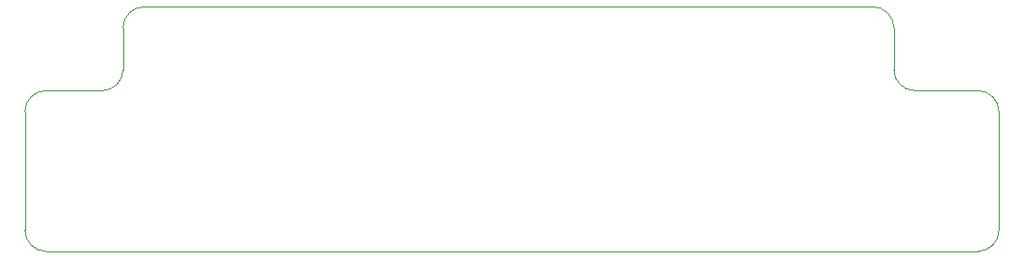
<source format=gbr>
%TF.GenerationSoftware,KiCad,Pcbnew,7.0.8*%
%TF.CreationDate,2024-02-04T14:44:40+01:00*%
%TF.ProjectId,HatV2,48617456-322e-46b6-9963-61645f706362,V2*%
%TF.SameCoordinates,PX5faea10PY6c663e8*%
%TF.FileFunction,Profile,NP*%
%FSLAX46Y46*%
G04 Gerber Fmt 4.6, Leading zero omitted, Abs format (unit mm)*
G04 Created by KiCad (PCBNEW 7.0.8) date 2024-02-04 14:44:40*
%MOMM*%
%LPD*%
G01*
G04 APERTURE LIST*
%TA.AperFunction,Profile*%
%ADD10C,0.100000*%
%TD*%
G04 APERTURE END LIST*
D10*
X10795000Y22225000D02*
X76835000Y22225000D01*
X86360000Y0D02*
X1905000Y0D01*
X1905000Y14605000D02*
G75*
G03*
X0Y12700000I0J-1905000D01*
G01*
X78740000Y20320000D02*
X78740000Y16510000D01*
X1905000Y14605000D02*
X6985000Y14605000D01*
X78740000Y16510000D02*
G75*
G03*
X80645000Y14605000I1905000J0D01*
G01*
X8890000Y16510000D02*
X8890000Y20320000D01*
X0Y1905000D02*
G75*
G03*
X1905000Y0I1905000J0D01*
G01*
X78740000Y20320000D02*
G75*
G03*
X76835000Y22225000I-1905000J0D01*
G01*
X86365488Y4400D02*
G75*
G03*
X88265000Y1903857I12J1899500D01*
G01*
X0Y1905000D02*
X0Y12700000D01*
X10795000Y22225000D02*
G75*
G03*
X8890000Y20320000I0J-1905000D01*
G01*
X88265000Y12700000D02*
X88265000Y1905000D01*
X80645000Y14605000D02*
X86360000Y14605000D01*
X6985000Y14605000D02*
G75*
G03*
X8890000Y16510000I0J1905000D01*
G01*
X88265000Y12700000D02*
G75*
G03*
X86360000Y14605000I-1905000J0D01*
G01*
M02*

</source>
